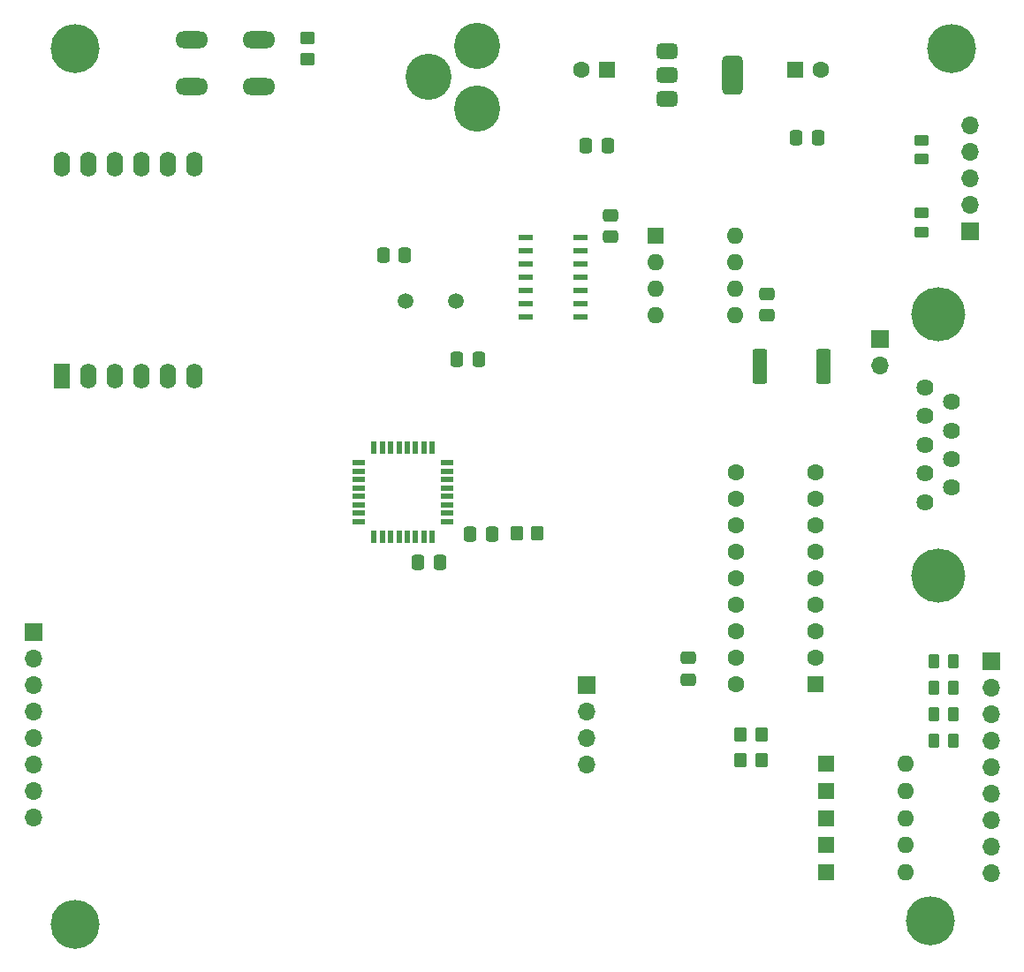
<source format=gts>
G04 #@! TF.GenerationSoftware,KiCad,Pcbnew,8.0.6*
G04 #@! TF.CreationDate,2025-01-18T13:33:17-05:00*
G04 #@! TF.ProjectId,RL78_G24_Rev3,524c3738-5f47-4323-945f-526576332e6b,rev?*
G04 #@! TF.SameCoordinates,Original*
G04 #@! TF.FileFunction,Soldermask,Top*
G04 #@! TF.FilePolarity,Negative*
%FSLAX46Y46*%
G04 Gerber Fmt 4.6, Leading zero omitted, Abs format (unit mm)*
G04 Created by KiCad (PCBNEW 8.0.6) date 2025-01-18 13:33:17*
%MOMM*%
%LPD*%
G01*
G04 APERTURE LIST*
G04 Aperture macros list*
%AMRoundRect*
0 Rectangle with rounded corners*
0 $1 Rounding radius*
0 $2 $3 $4 $5 $6 $7 $8 $9 X,Y pos of 4 corners*
0 Add a 4 corners polygon primitive as box body*
4,1,4,$2,$3,$4,$5,$6,$7,$8,$9,$2,$3,0*
0 Add four circle primitives for the rounded corners*
1,1,$1+$1,$2,$3*
1,1,$1+$1,$4,$5*
1,1,$1+$1,$6,$7*
1,1,$1+$1,$8,$9*
0 Add four rect primitives between the rounded corners*
20,1,$1+$1,$2,$3,$4,$5,0*
20,1,$1+$1,$4,$5,$6,$7,0*
20,1,$1+$1,$6,$7,$8,$9,0*
20,1,$1+$1,$8,$9,$2,$3,0*%
G04 Aperture macros list end*
%ADD10C,4.700000*%
%ADD11C,4.419600*%
%ADD12RoundRect,0.250000X0.337500X0.475000X-0.337500X0.475000X-0.337500X-0.475000X0.337500X-0.475000X0*%
%ADD13RoundRect,0.249999X-0.450001X-1.425001X0.450001X-1.425001X0.450001X1.425001X-0.450001X1.425001X0*%
%ADD14RoundRect,0.250000X-0.337500X-0.475000X0.337500X-0.475000X0.337500X0.475000X-0.337500X0.475000X0*%
%ADD15R,1.600000X1.600000*%
%ADD16O,1.600000X1.600000*%
%ADD17C,1.500000*%
%ADD18C,1.600000*%
%ADD19R,1.600000X2.400000*%
%ADD20O,1.600000X2.400000*%
%ADD21RoundRect,0.250000X-0.262500X-0.450000X0.262500X-0.450000X0.262500X0.450000X-0.262500X0.450000X0*%
%ADD22RoundRect,0.250000X0.350000X0.450000X-0.350000X0.450000X-0.350000X-0.450000X0.350000X-0.450000X0*%
%ADD23O,3.149600X1.625600*%
%ADD24RoundRect,0.250000X0.450000X-0.262500X0.450000X0.262500X-0.450000X0.262500X-0.450000X-0.262500X0*%
%ADD25R,1.700000X1.700000*%
%ADD26O,1.700000X1.700000*%
%ADD27C,1.625600*%
%ADD28C,5.181600*%
%ADD29RoundRect,0.375000X-0.625000X-0.375000X0.625000X-0.375000X0.625000X0.375000X-0.625000X0.375000X0*%
%ADD30RoundRect,0.500000X-0.500000X-1.400000X0.500000X-1.400000X0.500000X1.400000X-0.500000X1.400000X0*%
%ADD31RoundRect,0.250000X0.475000X-0.337500X0.475000X0.337500X-0.475000X0.337500X-0.475000X-0.337500X0*%
%ADD32RoundRect,0.250000X-0.350000X-0.450000X0.350000X-0.450000X0.350000X0.450000X-0.350000X0.450000X0*%
%ADD33R,1.397000X0.558800*%
%ADD34R,0.500000X1.200000*%
%ADD35R,1.200000X0.500000*%
%ADD36RoundRect,0.250000X-0.450000X0.350000X-0.450000X-0.350000X0.450000X-0.350000X0.450000X0.350000X0*%
G04 APERTURE END LIST*
D10*
X78000000Y-73000000D03*
X162000000Y-73000000D03*
X78000000Y-157000000D03*
X159997000Y-156643000D03*
D11*
X116550000Y-72750000D03*
X111850000Y-75750000D03*
X116550000Y-78750000D03*
D12*
X129037500Y-82350000D03*
X126962500Y-82350000D03*
D13*
X143600000Y-103500000D03*
X149700000Y-103500000D03*
D14*
X147112500Y-81600000D03*
X149187500Y-81600000D03*
D15*
X150000000Y-149400000D03*
D16*
X157620000Y-149400000D03*
D17*
X109650000Y-97250000D03*
X114530000Y-97250000D03*
D15*
X147000000Y-75000000D03*
D18*
X149500000Y-75000000D03*
D19*
X76750000Y-104390000D03*
D20*
X79290000Y-104390000D03*
X81830000Y-104390000D03*
X84370000Y-104390000D03*
X86910000Y-104390000D03*
X89450000Y-104390000D03*
X89450000Y-84070000D03*
X86910000Y-84070000D03*
X84370000Y-84070000D03*
X81830000Y-84070000D03*
X79290000Y-84070000D03*
X76750000Y-84070000D03*
D21*
X160337500Y-139360000D03*
X162162500Y-139360000D03*
D15*
X150000000Y-152000000D03*
D16*
X157620000Y-152000000D03*
D15*
X150000000Y-144200000D03*
D16*
X157620000Y-144200000D03*
D22*
X143800000Y-141250000D03*
X141800000Y-141250000D03*
D23*
X89150000Y-72128800D03*
X95652400Y-72128800D03*
X89150000Y-76650000D03*
X95652400Y-76650000D03*
D24*
X159086800Y-83600700D03*
X159086800Y-81775700D03*
D22*
X143800000Y-138800000D03*
X141800000Y-138800000D03*
D25*
X74000000Y-129000000D03*
D26*
X74000000Y-131540000D03*
X74000000Y-134080000D03*
X74000000Y-136620000D03*
X74000000Y-139160000D03*
X74000000Y-141700000D03*
X74000000Y-144240000D03*
X74000000Y-146780000D03*
D15*
X129000000Y-75000000D03*
D18*
X126500000Y-75000000D03*
D24*
X159137600Y-90585700D03*
X159137600Y-88760700D03*
D27*
X159430000Y-105513600D03*
X159430000Y-108256800D03*
X159430000Y-111000000D03*
X159430000Y-113743200D03*
X159430000Y-116486400D03*
X161970000Y-106885200D03*
X161970000Y-109628400D03*
X161970000Y-112371600D03*
X161970000Y-115114800D03*
D28*
X160700000Y-98477800D03*
X160700000Y-123522200D03*
D14*
X115862500Y-119600000D03*
X117937500Y-119600000D03*
X110862500Y-122260000D03*
X112937500Y-122260000D03*
D15*
X133675000Y-90975000D03*
D16*
X133675000Y-93515000D03*
X133675000Y-96055000D03*
X133675000Y-98595000D03*
X141295000Y-98595000D03*
X141295000Y-96055000D03*
X141295000Y-93515000D03*
X141295000Y-90975000D03*
D29*
X134700000Y-73250000D03*
X134700000Y-75550000D03*
D30*
X141000000Y-75550000D03*
D29*
X134700000Y-77850000D03*
D12*
X109612500Y-92825000D03*
X107537500Y-92825000D03*
D15*
X150000000Y-141600000D03*
D16*
X157620000Y-141600000D03*
D14*
X114625000Y-102775000D03*
X116700000Y-102775000D03*
D31*
X129325000Y-91062500D03*
X129325000Y-88987500D03*
D15*
X149000000Y-134000000D03*
D18*
X149000000Y-131460000D03*
X149000000Y-128920000D03*
X149000000Y-126380000D03*
X149000000Y-123840000D03*
X149000000Y-121300000D03*
X149000000Y-118760000D03*
X149000000Y-116220000D03*
X149000000Y-113680000D03*
X141380000Y-113680000D03*
X141380000Y-116220000D03*
X141380000Y-118760000D03*
X141380000Y-121300000D03*
X141380000Y-123840000D03*
X141380000Y-126380000D03*
X141380000Y-128920000D03*
X141380000Y-131460000D03*
X141380000Y-134000000D03*
D32*
X120300000Y-119500000D03*
X122300000Y-119500000D03*
D31*
X136750000Y-133537500D03*
X136750000Y-131462500D03*
D33*
X121170700Y-91165000D03*
X121170700Y-92435000D03*
X121170700Y-93705000D03*
X121170700Y-94975000D03*
X121170700Y-96245000D03*
X121170700Y-97515000D03*
X121170700Y-98785000D03*
X126479300Y-98785000D03*
X126479300Y-97515000D03*
X126479300Y-96245000D03*
X126479300Y-94975000D03*
X126479300Y-93705000D03*
X126479300Y-92435000D03*
X126479300Y-91165000D03*
D25*
X127000000Y-134080000D03*
D26*
X127000000Y-136620000D03*
X127000000Y-139160000D03*
X127000000Y-141700000D03*
D21*
X160337500Y-134280000D03*
X162162500Y-134280000D03*
X160337500Y-136820000D03*
X162162500Y-136820000D03*
D15*
X150000000Y-146800000D03*
D16*
X157620000Y-146800000D03*
D34*
X106640000Y-119800000D03*
X107440000Y-119800000D03*
X108240000Y-119800000D03*
X109040000Y-119800000D03*
X109840000Y-119800000D03*
X110640000Y-119800000D03*
X111440000Y-119800000D03*
X112240000Y-119800000D03*
D35*
X113690000Y-118350000D03*
X113690000Y-117550000D03*
X113690000Y-116750000D03*
X113690000Y-115950000D03*
X113690000Y-115150000D03*
X113690000Y-114350000D03*
X113690000Y-113550000D03*
X113690000Y-112750000D03*
D34*
X112240000Y-111300000D03*
X111440000Y-111300000D03*
X110640000Y-111300000D03*
X109840000Y-111300000D03*
X109040000Y-111300000D03*
X108240000Y-111300000D03*
X107440000Y-111300000D03*
X106640000Y-111300000D03*
D35*
X105190000Y-112750000D03*
X105190000Y-113550000D03*
X105190000Y-114350000D03*
X105190000Y-115150000D03*
X105190000Y-115950000D03*
X105190000Y-116750000D03*
X105190000Y-117550000D03*
X105190000Y-118350000D03*
D31*
X144325000Y-98587500D03*
X144325000Y-96512500D03*
D25*
X155177000Y-100898000D03*
D26*
X155177000Y-103438000D03*
D25*
X163750000Y-90560000D03*
D26*
X163750000Y-88020000D03*
X163750000Y-85480000D03*
X163750000Y-82940000D03*
X163750000Y-80400000D03*
D25*
X165800000Y-131740000D03*
D26*
X165800000Y-134280000D03*
X165800000Y-136820000D03*
X165800000Y-139360000D03*
X165800000Y-141900000D03*
X165800000Y-144440000D03*
X165800000Y-146980000D03*
X165800000Y-149520000D03*
X165800000Y-152060000D03*
D36*
X100250000Y-72000000D03*
X100250000Y-74000000D03*
D21*
X160337500Y-131740000D03*
X162162500Y-131740000D03*
M02*

</source>
